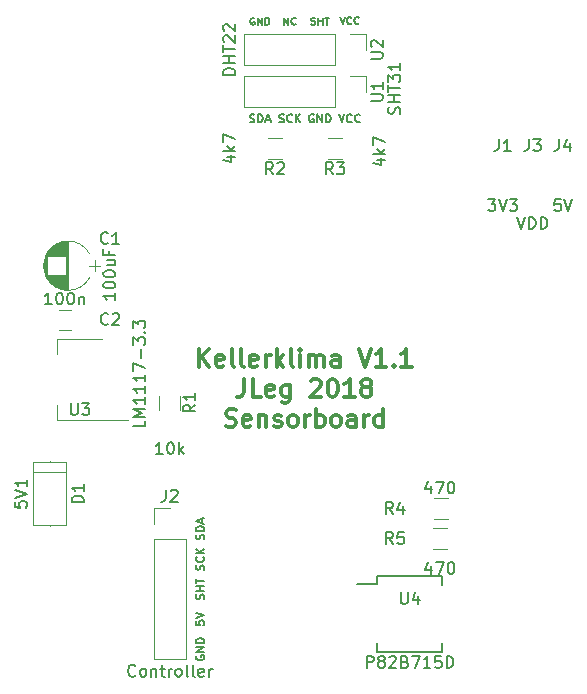
<source format=gbr>
G04 #@! TF.GenerationSoftware,KiCad,Pcbnew,(2018-01-18 revision 959767c09)-makepkg*
G04 #@! TF.CreationDate,2018-01-30T22:09:32+01:00*
G04 #@! TF.ProjectId,SensorPCB_V1.1,53656E736F725043425F56312E312E6B,rev?*
G04 #@! TF.SameCoordinates,Original*
G04 #@! TF.FileFunction,Legend,Top*
G04 #@! TF.FilePolarity,Positive*
%FSLAX46Y46*%
G04 Gerber Fmt 4.6, Leading zero omitted, Abs format (unit mm)*
G04 Created by KiCad (PCBNEW (2018-01-18 revision 959767c09)-makepkg) date 01/30/18 22:09:32*
%MOMM*%
%LPD*%
G01*
G04 APERTURE LIST*
%ADD10C,0.300000*%
%ADD11C,0.150000*%
%ADD12C,0.175000*%
%ADD13C,0.120000*%
G04 APERTURE END LIST*
D10*
X29135714Y-42578571D02*
X29135714Y-41078571D01*
X29992857Y-42578571D02*
X29350000Y-41721428D01*
X29992857Y-41078571D02*
X29135714Y-41935714D01*
X31207142Y-42507142D02*
X31064285Y-42578571D01*
X30778571Y-42578571D01*
X30635714Y-42507142D01*
X30564285Y-42364285D01*
X30564285Y-41792857D01*
X30635714Y-41650000D01*
X30778571Y-41578571D01*
X31064285Y-41578571D01*
X31207142Y-41650000D01*
X31278571Y-41792857D01*
X31278571Y-41935714D01*
X30564285Y-42078571D01*
X32135714Y-42578571D02*
X31992857Y-42507142D01*
X31921428Y-42364285D01*
X31921428Y-41078571D01*
X32921428Y-42578571D02*
X32778571Y-42507142D01*
X32707142Y-42364285D01*
X32707142Y-41078571D01*
X34064285Y-42507142D02*
X33921428Y-42578571D01*
X33635714Y-42578571D01*
X33492857Y-42507142D01*
X33421428Y-42364285D01*
X33421428Y-41792857D01*
X33492857Y-41650000D01*
X33635714Y-41578571D01*
X33921428Y-41578571D01*
X34064285Y-41650000D01*
X34135714Y-41792857D01*
X34135714Y-41935714D01*
X33421428Y-42078571D01*
X34778571Y-42578571D02*
X34778571Y-41578571D01*
X34778571Y-41864285D02*
X34850000Y-41721428D01*
X34921428Y-41650000D01*
X35064285Y-41578571D01*
X35207142Y-41578571D01*
X35707142Y-42578571D02*
X35707142Y-41078571D01*
X35850000Y-42007142D02*
X36278571Y-42578571D01*
X36278571Y-41578571D02*
X35707142Y-42150000D01*
X37135714Y-42578571D02*
X36992857Y-42507142D01*
X36921428Y-42364285D01*
X36921428Y-41078571D01*
X37707142Y-42578571D02*
X37707142Y-41578571D01*
X37707142Y-41078571D02*
X37635714Y-41150000D01*
X37707142Y-41221428D01*
X37778571Y-41150000D01*
X37707142Y-41078571D01*
X37707142Y-41221428D01*
X38421428Y-42578571D02*
X38421428Y-41578571D01*
X38421428Y-41721428D02*
X38492857Y-41650000D01*
X38635714Y-41578571D01*
X38850000Y-41578571D01*
X38992857Y-41650000D01*
X39064285Y-41792857D01*
X39064285Y-42578571D01*
X39064285Y-41792857D02*
X39135714Y-41650000D01*
X39278571Y-41578571D01*
X39492857Y-41578571D01*
X39635714Y-41650000D01*
X39707142Y-41792857D01*
X39707142Y-42578571D01*
X41064285Y-42578571D02*
X41064285Y-41792857D01*
X40992857Y-41650000D01*
X40850000Y-41578571D01*
X40564285Y-41578571D01*
X40421428Y-41650000D01*
X41064285Y-42507142D02*
X40921428Y-42578571D01*
X40564285Y-42578571D01*
X40421428Y-42507142D01*
X40350000Y-42364285D01*
X40350000Y-42221428D01*
X40421428Y-42078571D01*
X40564285Y-42007142D01*
X40921428Y-42007142D01*
X41064285Y-41935714D01*
X42707142Y-41078571D02*
X43207142Y-42578571D01*
X43707142Y-41078571D01*
X44992857Y-42578571D02*
X44135714Y-42578571D01*
X44564285Y-42578571D02*
X44564285Y-41078571D01*
X44421428Y-41292857D01*
X44278571Y-41435714D01*
X44135714Y-41507142D01*
X45635714Y-42435714D02*
X45707142Y-42507142D01*
X45635714Y-42578571D01*
X45564285Y-42507142D01*
X45635714Y-42435714D01*
X45635714Y-42578571D01*
X47135714Y-42578571D02*
X46278571Y-42578571D01*
X46707142Y-42578571D02*
X46707142Y-41078571D01*
X46564285Y-41292857D01*
X46421428Y-41435714D01*
X46278571Y-41507142D01*
X32957142Y-43628571D02*
X32957142Y-44700000D01*
X32885714Y-44914285D01*
X32742857Y-45057142D01*
X32528571Y-45128571D01*
X32385714Y-45128571D01*
X34385714Y-45128571D02*
X33671428Y-45128571D01*
X33671428Y-43628571D01*
X35457142Y-45057142D02*
X35314285Y-45128571D01*
X35028571Y-45128571D01*
X34885714Y-45057142D01*
X34814285Y-44914285D01*
X34814285Y-44342857D01*
X34885714Y-44200000D01*
X35028571Y-44128571D01*
X35314285Y-44128571D01*
X35457142Y-44200000D01*
X35528571Y-44342857D01*
X35528571Y-44485714D01*
X34814285Y-44628571D01*
X36814285Y-44128571D02*
X36814285Y-45342857D01*
X36742857Y-45485714D01*
X36671428Y-45557142D01*
X36528571Y-45628571D01*
X36314285Y-45628571D01*
X36171428Y-45557142D01*
X36814285Y-45057142D02*
X36671428Y-45128571D01*
X36385714Y-45128571D01*
X36242857Y-45057142D01*
X36171428Y-44985714D01*
X36100000Y-44842857D01*
X36100000Y-44414285D01*
X36171428Y-44271428D01*
X36242857Y-44200000D01*
X36385714Y-44128571D01*
X36671428Y-44128571D01*
X36814285Y-44200000D01*
X38600000Y-43771428D02*
X38671428Y-43700000D01*
X38814285Y-43628571D01*
X39171428Y-43628571D01*
X39314285Y-43700000D01*
X39385714Y-43771428D01*
X39457142Y-43914285D01*
X39457142Y-44057142D01*
X39385714Y-44271428D01*
X38528571Y-45128571D01*
X39457142Y-45128571D01*
X40385714Y-43628571D02*
X40528571Y-43628571D01*
X40671428Y-43700000D01*
X40742857Y-43771428D01*
X40814285Y-43914285D01*
X40885714Y-44200000D01*
X40885714Y-44557142D01*
X40814285Y-44842857D01*
X40742857Y-44985714D01*
X40671428Y-45057142D01*
X40528571Y-45128571D01*
X40385714Y-45128571D01*
X40242857Y-45057142D01*
X40171428Y-44985714D01*
X40100000Y-44842857D01*
X40028571Y-44557142D01*
X40028571Y-44200000D01*
X40100000Y-43914285D01*
X40171428Y-43771428D01*
X40242857Y-43700000D01*
X40385714Y-43628571D01*
X42314285Y-45128571D02*
X41457142Y-45128571D01*
X41885714Y-45128571D02*
X41885714Y-43628571D01*
X41742857Y-43842857D01*
X41600000Y-43985714D01*
X41457142Y-44057142D01*
X43171428Y-44271428D02*
X43028571Y-44200000D01*
X42957142Y-44128571D01*
X42885714Y-43985714D01*
X42885714Y-43914285D01*
X42957142Y-43771428D01*
X43028571Y-43700000D01*
X43171428Y-43628571D01*
X43457142Y-43628571D01*
X43600000Y-43700000D01*
X43671428Y-43771428D01*
X43742857Y-43914285D01*
X43742857Y-43985714D01*
X43671428Y-44128571D01*
X43600000Y-44200000D01*
X43457142Y-44271428D01*
X43171428Y-44271428D01*
X43028571Y-44342857D01*
X42957142Y-44414285D01*
X42885714Y-44557142D01*
X42885714Y-44842857D01*
X42957142Y-44985714D01*
X43028571Y-45057142D01*
X43171428Y-45128571D01*
X43457142Y-45128571D01*
X43600000Y-45057142D01*
X43671428Y-44985714D01*
X43742857Y-44842857D01*
X43742857Y-44557142D01*
X43671428Y-44414285D01*
X43600000Y-44342857D01*
X43457142Y-44271428D01*
X31421428Y-47607142D02*
X31635714Y-47678571D01*
X31992857Y-47678571D01*
X32135714Y-47607142D01*
X32207142Y-47535714D01*
X32278571Y-47392857D01*
X32278571Y-47250000D01*
X32207142Y-47107142D01*
X32135714Y-47035714D01*
X31992857Y-46964285D01*
X31707142Y-46892857D01*
X31564285Y-46821428D01*
X31492857Y-46750000D01*
X31421428Y-46607142D01*
X31421428Y-46464285D01*
X31492857Y-46321428D01*
X31564285Y-46250000D01*
X31707142Y-46178571D01*
X32064285Y-46178571D01*
X32278571Y-46250000D01*
X33492857Y-47607142D02*
X33349999Y-47678571D01*
X33064285Y-47678571D01*
X32921428Y-47607142D01*
X32849999Y-47464285D01*
X32849999Y-46892857D01*
X32921428Y-46750000D01*
X33064285Y-46678571D01*
X33349999Y-46678571D01*
X33492857Y-46750000D01*
X33564285Y-46892857D01*
X33564285Y-47035714D01*
X32849999Y-47178571D01*
X34207142Y-46678571D02*
X34207142Y-47678571D01*
X34207142Y-46821428D02*
X34278571Y-46750000D01*
X34421428Y-46678571D01*
X34635714Y-46678571D01*
X34778571Y-46750000D01*
X34850000Y-46892857D01*
X34850000Y-47678571D01*
X35492857Y-47607142D02*
X35635714Y-47678571D01*
X35921428Y-47678571D01*
X36064285Y-47607142D01*
X36135714Y-47464285D01*
X36135714Y-47392857D01*
X36064285Y-47250000D01*
X35921428Y-47178571D01*
X35707142Y-47178571D01*
X35564285Y-47107142D01*
X35492857Y-46964285D01*
X35492857Y-46892857D01*
X35564285Y-46750000D01*
X35707142Y-46678571D01*
X35921428Y-46678571D01*
X36064285Y-46750000D01*
X36992857Y-47678571D02*
X36850000Y-47607142D01*
X36778571Y-47535714D01*
X36707142Y-47392857D01*
X36707142Y-46964285D01*
X36778571Y-46821428D01*
X36850000Y-46750000D01*
X36992857Y-46678571D01*
X37207142Y-46678571D01*
X37350000Y-46750000D01*
X37421428Y-46821428D01*
X37492857Y-46964285D01*
X37492857Y-47392857D01*
X37421428Y-47535714D01*
X37350000Y-47607142D01*
X37207142Y-47678571D01*
X36992857Y-47678571D01*
X38135714Y-47678571D02*
X38135714Y-46678571D01*
X38135714Y-46964285D02*
X38207142Y-46821428D01*
X38278571Y-46750000D01*
X38421428Y-46678571D01*
X38564285Y-46678571D01*
X39064285Y-47678571D02*
X39064285Y-46178571D01*
X39064285Y-46750000D02*
X39207142Y-46678571D01*
X39492857Y-46678571D01*
X39635714Y-46750000D01*
X39707142Y-46821428D01*
X39778571Y-46964285D01*
X39778571Y-47392857D01*
X39707142Y-47535714D01*
X39635714Y-47607142D01*
X39492857Y-47678571D01*
X39207142Y-47678571D01*
X39064285Y-47607142D01*
X40635714Y-47678571D02*
X40492857Y-47607142D01*
X40421428Y-47535714D01*
X40350000Y-47392857D01*
X40350000Y-46964285D01*
X40421428Y-46821428D01*
X40492857Y-46750000D01*
X40635714Y-46678571D01*
X40850000Y-46678571D01*
X40992857Y-46750000D01*
X41064285Y-46821428D01*
X41135714Y-46964285D01*
X41135714Y-47392857D01*
X41064285Y-47535714D01*
X40992857Y-47607142D01*
X40850000Y-47678571D01*
X40635714Y-47678571D01*
X42421428Y-47678571D02*
X42421428Y-46892857D01*
X42350000Y-46750000D01*
X42207142Y-46678571D01*
X41921428Y-46678571D01*
X41778571Y-46750000D01*
X42421428Y-47607142D02*
X42278571Y-47678571D01*
X41921428Y-47678571D01*
X41778571Y-47607142D01*
X41707142Y-47464285D01*
X41707142Y-47321428D01*
X41778571Y-47178571D01*
X41921428Y-47107142D01*
X42278571Y-47107142D01*
X42421428Y-47035714D01*
X43135714Y-47678571D02*
X43135714Y-46678571D01*
X43135714Y-46964285D02*
X43207142Y-46821428D01*
X43278571Y-46750000D01*
X43421428Y-46678571D01*
X43564285Y-46678571D01*
X44707142Y-47678571D02*
X44707142Y-46178571D01*
X44707142Y-47607142D02*
X44564285Y-47678571D01*
X44278571Y-47678571D01*
X44135714Y-47607142D01*
X44064285Y-47535714D01*
X43992857Y-47392857D01*
X43992857Y-46964285D01*
X44064285Y-46821428D01*
X44135714Y-46750000D01*
X44278571Y-46678571D01*
X44564285Y-46678571D01*
X44707142Y-46750000D01*
D11*
X36358571Y-13641428D02*
X36358571Y-13041428D01*
X36701428Y-13641428D01*
X36701428Y-13041428D01*
X37330000Y-13584285D02*
X37301428Y-13612857D01*
X37215714Y-13641428D01*
X37158571Y-13641428D01*
X37072857Y-13612857D01*
X37015714Y-13555714D01*
X36987142Y-13498571D01*
X36958571Y-13384285D01*
X36958571Y-13298571D01*
X36987142Y-13184285D01*
X37015714Y-13127142D01*
X37072857Y-13070000D01*
X37158571Y-13041428D01*
X37215714Y-13041428D01*
X37301428Y-13070000D01*
X37330000Y-13098571D01*
X41110000Y-12981428D02*
X41310000Y-13581428D01*
X41510000Y-12981428D01*
X42052857Y-13524285D02*
X42024285Y-13552857D01*
X41938571Y-13581428D01*
X41881428Y-13581428D01*
X41795714Y-13552857D01*
X41738571Y-13495714D01*
X41710000Y-13438571D01*
X41681428Y-13324285D01*
X41681428Y-13238571D01*
X41710000Y-13124285D01*
X41738571Y-13067142D01*
X41795714Y-13010000D01*
X41881428Y-12981428D01*
X41938571Y-12981428D01*
X42024285Y-13010000D01*
X42052857Y-13038571D01*
X42652857Y-13524285D02*
X42624285Y-13552857D01*
X42538571Y-13581428D01*
X42481428Y-13581428D01*
X42395714Y-13552857D01*
X42338571Y-13495714D01*
X42310000Y-13438571D01*
X42281428Y-13324285D01*
X42281428Y-13238571D01*
X42310000Y-13124285D01*
X42338571Y-13067142D01*
X42395714Y-13010000D01*
X42481428Y-12981428D01*
X42538571Y-12981428D01*
X42624285Y-13010000D01*
X42652857Y-13038571D01*
X33832857Y-13070000D02*
X33775714Y-13041428D01*
X33690000Y-13041428D01*
X33604285Y-13070000D01*
X33547142Y-13127142D01*
X33518571Y-13184285D01*
X33490000Y-13298571D01*
X33490000Y-13384285D01*
X33518571Y-13498571D01*
X33547142Y-13555714D01*
X33604285Y-13612857D01*
X33690000Y-13641428D01*
X33747142Y-13641428D01*
X33832857Y-13612857D01*
X33861428Y-13584285D01*
X33861428Y-13384285D01*
X33747142Y-13384285D01*
X34118571Y-13641428D02*
X34118571Y-13041428D01*
X34461428Y-13641428D01*
X34461428Y-13041428D01*
X34747142Y-13641428D02*
X34747142Y-13041428D01*
X34890000Y-13041428D01*
X34975714Y-13070000D01*
X35032857Y-13127142D01*
X35061428Y-13184285D01*
X35090000Y-13298571D01*
X35090000Y-13384285D01*
X35061428Y-13498571D01*
X35032857Y-13555714D01*
X34975714Y-13612857D01*
X34890000Y-13641428D01*
X34747142Y-13641428D01*
X38655714Y-13612857D02*
X38741428Y-13641428D01*
X38884285Y-13641428D01*
X38941428Y-13612857D01*
X38970000Y-13584285D01*
X38998571Y-13527142D01*
X38998571Y-13470000D01*
X38970000Y-13412857D01*
X38941428Y-13384285D01*
X38884285Y-13355714D01*
X38770000Y-13327142D01*
X38712857Y-13298571D01*
X38684285Y-13270000D01*
X38655714Y-13212857D01*
X38655714Y-13155714D01*
X38684285Y-13098571D01*
X38712857Y-13070000D01*
X38770000Y-13041428D01*
X38912857Y-13041428D01*
X38998571Y-13070000D01*
X39255714Y-13641428D02*
X39255714Y-13041428D01*
X39255714Y-13327142D02*
X39598571Y-13327142D01*
X39598571Y-13641428D02*
X39598571Y-13041428D01*
X39798571Y-13041428D02*
X40141428Y-13041428D01*
X39970000Y-13641428D02*
X39970000Y-13041428D01*
D12*
X33440000Y-21873333D02*
X33540000Y-21906666D01*
X33706666Y-21906666D01*
X33773333Y-21873333D01*
X33806666Y-21840000D01*
X33840000Y-21773333D01*
X33840000Y-21706666D01*
X33806666Y-21640000D01*
X33773333Y-21606666D01*
X33706666Y-21573333D01*
X33573333Y-21540000D01*
X33506666Y-21506666D01*
X33473333Y-21473333D01*
X33440000Y-21406666D01*
X33440000Y-21340000D01*
X33473333Y-21273333D01*
X33506666Y-21240000D01*
X33573333Y-21206666D01*
X33740000Y-21206666D01*
X33840000Y-21240000D01*
X34140000Y-21906666D02*
X34140000Y-21206666D01*
X34306666Y-21206666D01*
X34406666Y-21240000D01*
X34473333Y-21306666D01*
X34506666Y-21373333D01*
X34540000Y-21506666D01*
X34540000Y-21606666D01*
X34506666Y-21740000D01*
X34473333Y-21806666D01*
X34406666Y-21873333D01*
X34306666Y-21906666D01*
X34140000Y-21906666D01*
X34806666Y-21706666D02*
X35140000Y-21706666D01*
X34740000Y-21906666D02*
X34973333Y-21206666D01*
X35206666Y-21906666D01*
X35930000Y-21873333D02*
X36030000Y-21906666D01*
X36196666Y-21906666D01*
X36263333Y-21873333D01*
X36296666Y-21840000D01*
X36330000Y-21773333D01*
X36330000Y-21706666D01*
X36296666Y-21640000D01*
X36263333Y-21606666D01*
X36196666Y-21573333D01*
X36063333Y-21540000D01*
X35996666Y-21506666D01*
X35963333Y-21473333D01*
X35930000Y-21406666D01*
X35930000Y-21340000D01*
X35963333Y-21273333D01*
X35996666Y-21240000D01*
X36063333Y-21206666D01*
X36230000Y-21206666D01*
X36330000Y-21240000D01*
X37030000Y-21840000D02*
X36996666Y-21873333D01*
X36896666Y-21906666D01*
X36830000Y-21906666D01*
X36730000Y-21873333D01*
X36663333Y-21806666D01*
X36630000Y-21740000D01*
X36596666Y-21606666D01*
X36596666Y-21506666D01*
X36630000Y-21373333D01*
X36663333Y-21306666D01*
X36730000Y-21240000D01*
X36830000Y-21206666D01*
X36896666Y-21206666D01*
X36996666Y-21240000D01*
X37030000Y-21273333D01*
X37330000Y-21906666D02*
X37330000Y-21206666D01*
X37730000Y-21906666D02*
X37430000Y-21506666D01*
X37730000Y-21206666D02*
X37330000Y-21606666D01*
X40976666Y-21206666D02*
X41210000Y-21906666D01*
X41443333Y-21206666D01*
X42076666Y-21840000D02*
X42043333Y-21873333D01*
X41943333Y-21906666D01*
X41876666Y-21906666D01*
X41776666Y-21873333D01*
X41710000Y-21806666D01*
X41676666Y-21740000D01*
X41643333Y-21606666D01*
X41643333Y-21506666D01*
X41676666Y-21373333D01*
X41710000Y-21306666D01*
X41776666Y-21240000D01*
X41876666Y-21206666D01*
X41943333Y-21206666D01*
X42043333Y-21240000D01*
X42076666Y-21273333D01*
X42776666Y-21840000D02*
X42743333Y-21873333D01*
X42643333Y-21906666D01*
X42576666Y-21906666D01*
X42476666Y-21873333D01*
X42410000Y-21806666D01*
X42376666Y-21740000D01*
X42343333Y-21606666D01*
X42343333Y-21506666D01*
X42376666Y-21373333D01*
X42410000Y-21306666D01*
X42476666Y-21240000D01*
X42576666Y-21206666D01*
X42643333Y-21206666D01*
X42743333Y-21240000D01*
X42776666Y-21273333D01*
X38836666Y-21240000D02*
X38770000Y-21206666D01*
X38670000Y-21206666D01*
X38570000Y-21240000D01*
X38503333Y-21306666D01*
X38470000Y-21373333D01*
X38436666Y-21506666D01*
X38436666Y-21606666D01*
X38470000Y-21740000D01*
X38503333Y-21806666D01*
X38570000Y-21873333D01*
X38670000Y-21906666D01*
X38736666Y-21906666D01*
X38836666Y-21873333D01*
X38870000Y-21840000D01*
X38870000Y-21606666D01*
X38736666Y-21606666D01*
X39170000Y-21906666D02*
X39170000Y-21206666D01*
X39570000Y-21906666D01*
X39570000Y-21206666D01*
X39903333Y-21906666D02*
X39903333Y-21206666D01*
X40070000Y-21206666D01*
X40170000Y-21240000D01*
X40236666Y-21306666D01*
X40270000Y-21373333D01*
X40303333Y-21506666D01*
X40303333Y-21606666D01*
X40270000Y-21740000D01*
X40236666Y-21806666D01*
X40170000Y-21873333D01*
X40070000Y-21906666D01*
X39903333Y-21906666D01*
X29551037Y-57195777D02*
X29584370Y-57095777D01*
X29584370Y-56929110D01*
X29551037Y-56862443D01*
X29517704Y-56829110D01*
X29451037Y-56795777D01*
X29384370Y-56795777D01*
X29317704Y-56829110D01*
X29284370Y-56862443D01*
X29251037Y-56929110D01*
X29217704Y-57062443D01*
X29184370Y-57129110D01*
X29151037Y-57162443D01*
X29084370Y-57195777D01*
X29017704Y-57195777D01*
X28951037Y-57162443D01*
X28917704Y-57129110D01*
X28884370Y-57062443D01*
X28884370Y-56895777D01*
X28917704Y-56795777D01*
X29584370Y-56495777D02*
X28884370Y-56495777D01*
X28884370Y-56329110D01*
X28917704Y-56229110D01*
X28984370Y-56162443D01*
X29051037Y-56129110D01*
X29184370Y-56095777D01*
X29284370Y-56095777D01*
X29417704Y-56129110D01*
X29484370Y-56162443D01*
X29551037Y-56229110D01*
X29584370Y-56329110D01*
X29584370Y-56495777D01*
X29384370Y-55829110D02*
X29384370Y-55495777D01*
X29584370Y-55895777D02*
X28884370Y-55662443D01*
X29584370Y-55429110D01*
X29551037Y-59785777D02*
X29584370Y-59685777D01*
X29584370Y-59519110D01*
X29551037Y-59452443D01*
X29517704Y-59419110D01*
X29451037Y-59385777D01*
X29384370Y-59385777D01*
X29317704Y-59419110D01*
X29284370Y-59452443D01*
X29251037Y-59519110D01*
X29217704Y-59652443D01*
X29184370Y-59719110D01*
X29151037Y-59752443D01*
X29084370Y-59785777D01*
X29017704Y-59785777D01*
X28951037Y-59752443D01*
X28917704Y-59719110D01*
X28884370Y-59652443D01*
X28884370Y-59485777D01*
X28917704Y-59385777D01*
X29517704Y-58685777D02*
X29551037Y-58719110D01*
X29584370Y-58819110D01*
X29584370Y-58885777D01*
X29551037Y-58985777D01*
X29484370Y-59052443D01*
X29417704Y-59085777D01*
X29284370Y-59119110D01*
X29184370Y-59119110D01*
X29051037Y-59085777D01*
X28984370Y-59052443D01*
X28917704Y-58985777D01*
X28884370Y-58885777D01*
X28884370Y-58819110D01*
X28917704Y-58719110D01*
X28951037Y-58685777D01*
X29584370Y-58385777D02*
X28884370Y-58385777D01*
X29584370Y-57985777D02*
X29184370Y-58285777D01*
X28884370Y-57985777D02*
X29284370Y-58385777D01*
X29551037Y-62259110D02*
X29584370Y-62159110D01*
X29584370Y-61992443D01*
X29551037Y-61925777D01*
X29517704Y-61892443D01*
X29451037Y-61859110D01*
X29384370Y-61859110D01*
X29317704Y-61892443D01*
X29284370Y-61925777D01*
X29251037Y-61992443D01*
X29217704Y-62125777D01*
X29184370Y-62192443D01*
X29151037Y-62225777D01*
X29084370Y-62259110D01*
X29017704Y-62259110D01*
X28951037Y-62225777D01*
X28917704Y-62192443D01*
X28884370Y-62125777D01*
X28884370Y-61959110D01*
X28917704Y-61859110D01*
X29584370Y-61559110D02*
X28884370Y-61559110D01*
X29217704Y-61559110D02*
X29217704Y-61159110D01*
X29584370Y-61159110D02*
X28884370Y-61159110D01*
X28884370Y-60925777D02*
X28884370Y-60525777D01*
X29584370Y-60725777D02*
X28884370Y-60725777D01*
X28884370Y-64099110D02*
X28884370Y-64432443D01*
X29217704Y-64465777D01*
X29184370Y-64432443D01*
X29151037Y-64365777D01*
X29151037Y-64199110D01*
X29184370Y-64132443D01*
X29217704Y-64099110D01*
X29284370Y-64065777D01*
X29451037Y-64065777D01*
X29517704Y-64099110D01*
X29551037Y-64132443D01*
X29584370Y-64199110D01*
X29584370Y-64365777D01*
X29551037Y-64432443D01*
X29517704Y-64465777D01*
X28884370Y-63865777D02*
X29584370Y-63632443D01*
X28884370Y-63399110D01*
X28917704Y-67039110D02*
X28884370Y-67105777D01*
X28884370Y-67205777D01*
X28917704Y-67305777D01*
X28984370Y-67372443D01*
X29051037Y-67405777D01*
X29184370Y-67439110D01*
X29284370Y-67439110D01*
X29417704Y-67405777D01*
X29484370Y-67372443D01*
X29551037Y-67305777D01*
X29584370Y-67205777D01*
X29584370Y-67139110D01*
X29551037Y-67039110D01*
X29517704Y-67005777D01*
X29284370Y-67005777D01*
X29284370Y-67139110D01*
X29584370Y-66705777D02*
X28884370Y-66705777D01*
X29584370Y-66305777D01*
X28884370Y-66305777D01*
X29584370Y-65972443D02*
X28884370Y-65972443D01*
X28884370Y-65805777D01*
X28917704Y-65705777D01*
X28984370Y-65639110D01*
X29051037Y-65605777D01*
X29184370Y-65572443D01*
X29284370Y-65572443D01*
X29417704Y-65605777D01*
X29484370Y-65639110D01*
X29551037Y-65705777D01*
X29584370Y-65805777D01*
X29584370Y-65972443D01*
D13*
X32960000Y-17974000D02*
X32960000Y-20634000D01*
X40640000Y-17974000D02*
X32960000Y-17974000D01*
X40640000Y-20634000D02*
X32960000Y-20634000D01*
X40640000Y-17974000D02*
X40640000Y-20634000D01*
X41910000Y-17974000D02*
X43240000Y-17974000D01*
X43240000Y-17974000D02*
X43240000Y-19304000D01*
X43240000Y-14418000D02*
X43240000Y-15748000D01*
X41910000Y-14418000D02*
X43240000Y-14418000D01*
X40640000Y-14418000D02*
X40640000Y-17078000D01*
X40640000Y-17078000D02*
X32960000Y-17078000D01*
X40640000Y-14418000D02*
X32960000Y-14418000D01*
X32960000Y-14418000D02*
X32960000Y-17078000D01*
X17920000Y-51520000D02*
X15100000Y-51520000D01*
X16510000Y-56070000D02*
X16510000Y-56000000D01*
X16510000Y-50610000D02*
X16510000Y-50680000D01*
X17920000Y-56000000D02*
X17920000Y-50680000D01*
X15100000Y-56000000D02*
X17920000Y-56000000D01*
X15100000Y-50680000D02*
X15100000Y-56000000D01*
X17920000Y-50680000D02*
X15100000Y-50680000D01*
X18280000Y-37758000D02*
X17280000Y-37758000D01*
X17280000Y-39458000D02*
X18280000Y-39458000D01*
X20300000Y-34486000D02*
X20300000Y-33586000D01*
X20750000Y-34036000D02*
X19850000Y-34036000D01*
X15969000Y-34201000D02*
X15969000Y-33871000D01*
X16009000Y-34451000D02*
X16009000Y-33621000D01*
X16049000Y-34603000D02*
X16049000Y-33469000D01*
X16089000Y-34722000D02*
X16089000Y-33350000D01*
X16129000Y-34822000D02*
X16129000Y-33250000D01*
X16169000Y-34910000D02*
X16169000Y-33162000D01*
X16209000Y-34988000D02*
X16209000Y-33084000D01*
X16249000Y-35059000D02*
X16249000Y-33013000D01*
X16289000Y-33256000D02*
X16289000Y-32948000D01*
X16289000Y-35124000D02*
X16289000Y-34816000D01*
X16329000Y-33256000D02*
X16329000Y-32888000D01*
X16329000Y-35184000D02*
X16329000Y-34816000D01*
X16369000Y-33256000D02*
X16369000Y-32832000D01*
X16369000Y-35240000D02*
X16369000Y-34816000D01*
X16409000Y-33256000D02*
X16409000Y-32780000D01*
X16409000Y-35292000D02*
X16409000Y-34816000D01*
X16449000Y-33256000D02*
X16449000Y-32731000D01*
X16449000Y-35341000D02*
X16449000Y-34816000D01*
X16489000Y-33256000D02*
X16489000Y-32685000D01*
X16489000Y-35387000D02*
X16489000Y-34816000D01*
X16529000Y-33256000D02*
X16529000Y-32641000D01*
X16529000Y-35431000D02*
X16529000Y-34816000D01*
X16569000Y-33256000D02*
X16569000Y-32600000D01*
X16569000Y-35472000D02*
X16569000Y-34816000D01*
X16609000Y-33256000D02*
X16609000Y-32561000D01*
X16609000Y-35511000D02*
X16609000Y-34816000D01*
X16649000Y-33256000D02*
X16649000Y-32524000D01*
X16649000Y-35548000D02*
X16649000Y-34816000D01*
X16689000Y-33256000D02*
X16689000Y-32489000D01*
X16689000Y-35583000D02*
X16689000Y-34816000D01*
X16729000Y-33256000D02*
X16729000Y-32455000D01*
X16729000Y-35617000D02*
X16729000Y-34816000D01*
X16769000Y-33256000D02*
X16769000Y-32423000D01*
X16769000Y-35649000D02*
X16769000Y-34816000D01*
X16809000Y-33256000D02*
X16809000Y-32393000D01*
X16809000Y-35679000D02*
X16809000Y-34816000D01*
X16849000Y-33256000D02*
X16849000Y-32364000D01*
X16849000Y-35708000D02*
X16849000Y-34816000D01*
X16889000Y-33256000D02*
X16889000Y-32337000D01*
X16889000Y-35735000D02*
X16889000Y-34816000D01*
X16929000Y-33256000D02*
X16929000Y-32311000D01*
X16929000Y-35761000D02*
X16929000Y-34816000D01*
X16969000Y-33256000D02*
X16969000Y-32286000D01*
X16969000Y-35786000D02*
X16969000Y-34816000D01*
X17009000Y-33256000D02*
X17009000Y-32263000D01*
X17009000Y-35809000D02*
X17009000Y-34816000D01*
X17049000Y-33256000D02*
X17049000Y-32240000D01*
X17049000Y-35832000D02*
X17049000Y-34816000D01*
X17089000Y-33256000D02*
X17089000Y-32219000D01*
X17089000Y-35853000D02*
X17089000Y-34816000D01*
X17129000Y-33256000D02*
X17129000Y-32199000D01*
X17129000Y-35873000D02*
X17129000Y-34816000D01*
X17169000Y-33256000D02*
X17169000Y-32180000D01*
X17169000Y-35892000D02*
X17169000Y-34816000D01*
X17209000Y-33256000D02*
X17209000Y-32162000D01*
X17209000Y-35910000D02*
X17209000Y-34816000D01*
X17249000Y-33256000D02*
X17249000Y-32145000D01*
X17249000Y-35927000D02*
X17249000Y-34816000D01*
X17289000Y-33256000D02*
X17289000Y-32129000D01*
X17289000Y-35943000D02*
X17289000Y-34816000D01*
X17329000Y-33256000D02*
X17329000Y-32113000D01*
X17329000Y-35959000D02*
X17329000Y-34816000D01*
X17370000Y-33256000D02*
X17370000Y-32099000D01*
X17370000Y-35973000D02*
X17370000Y-34816000D01*
X17410000Y-33256000D02*
X17410000Y-32086000D01*
X17410000Y-35986000D02*
X17410000Y-34816000D01*
X17450000Y-33256000D02*
X17450000Y-32073000D01*
X17450000Y-35999000D02*
X17450000Y-34816000D01*
X17490000Y-33256000D02*
X17490000Y-32062000D01*
X17490000Y-36010000D02*
X17490000Y-34816000D01*
X17530000Y-33256000D02*
X17530000Y-32051000D01*
X17530000Y-36021000D02*
X17530000Y-34816000D01*
X17570000Y-33256000D02*
X17570000Y-32041000D01*
X17570000Y-36031000D02*
X17570000Y-34816000D01*
X17610000Y-33256000D02*
X17610000Y-32032000D01*
X17610000Y-36040000D02*
X17610000Y-34816000D01*
X17650000Y-33256000D02*
X17650000Y-32024000D01*
X17650000Y-36048000D02*
X17650000Y-34816000D01*
X17690000Y-33256000D02*
X17690000Y-32017000D01*
X17690000Y-36055000D02*
X17690000Y-34816000D01*
X17730000Y-33256000D02*
X17730000Y-32010000D01*
X17730000Y-36062000D02*
X17730000Y-34816000D01*
X17770000Y-33256000D02*
X17770000Y-32004000D01*
X17770000Y-36068000D02*
X17770000Y-34816000D01*
X17810000Y-33256000D02*
X17810000Y-31999000D01*
X17810000Y-36073000D02*
X17810000Y-34816000D01*
X17850000Y-36077000D02*
X17850000Y-31995000D01*
X17890000Y-36080000D02*
X17890000Y-31992000D01*
X17930000Y-36083000D02*
X17930000Y-31989000D01*
X17970000Y-36085000D02*
X17970000Y-31987000D01*
X18010000Y-36086000D02*
X18010000Y-31986000D01*
X18050000Y-36086000D02*
X18050000Y-31986000D01*
X16203564Y-33056830D02*
G75*
G03X16204004Y-35016000I1846436J-979170D01*
G01*
X16203564Y-33056830D02*
G75*
G02X19895996Y-33056000I1846436J-979170D01*
G01*
X16203564Y-35015170D02*
G75*
G03X19895996Y-35016000I1846436J979170D01*
G01*
D11*
X44240000Y-60950000D02*
X42490000Y-60950000D01*
X44240000Y-66705000D02*
X49740000Y-66705000D01*
X44240000Y-60295000D02*
X49740000Y-60295000D01*
X44240000Y-66705000D02*
X44240000Y-65955000D01*
X49740000Y-66705000D02*
X49740000Y-65955000D01*
X49740000Y-60295000D02*
X49740000Y-61045000D01*
X44240000Y-60295000D02*
X44240000Y-60950000D01*
D13*
X25340000Y-54550000D02*
X26670000Y-54550000D01*
X25340000Y-55880000D02*
X25340000Y-54550000D01*
X25340000Y-57150000D02*
X28000000Y-57150000D01*
X28000000Y-57150000D02*
X28000000Y-67370000D01*
X25340000Y-57150000D02*
X25340000Y-67370000D01*
X25340000Y-67370000D02*
X28000000Y-67370000D01*
X50130000Y-58030000D02*
X48930000Y-58030000D01*
X48930000Y-56270000D02*
X50130000Y-56270000D01*
X49010000Y-53730000D02*
X50210000Y-53730000D01*
X50210000Y-55490000D02*
X49010000Y-55490000D01*
X41240000Y-25010000D02*
X40040000Y-25010000D01*
X40040000Y-23250000D02*
X41240000Y-23250000D01*
X34960000Y-23250000D02*
X36160000Y-23250000D01*
X36160000Y-25010000D02*
X34960000Y-25010000D01*
X27550000Y-45040000D02*
X27550000Y-46240000D01*
X25790000Y-46240000D02*
X25790000Y-45040000D01*
X23150000Y-47098000D02*
X17140000Y-47098000D01*
X20900000Y-40278000D02*
X17140000Y-40278000D01*
X17140000Y-47098000D02*
X17140000Y-45838000D01*
X17140000Y-40278000D02*
X17140000Y-41538000D01*
D11*
X43692380Y-20065904D02*
X44501904Y-20065904D01*
X44597142Y-20018285D01*
X44644761Y-19970666D01*
X44692380Y-19875428D01*
X44692380Y-19684952D01*
X44644761Y-19589714D01*
X44597142Y-19542095D01*
X44501904Y-19494476D01*
X43692380Y-19494476D01*
X44692380Y-18494476D02*
X44692380Y-19065904D01*
X44692380Y-18780190D02*
X43692380Y-18780190D01*
X43835238Y-18875428D01*
X43930476Y-18970666D01*
X43978095Y-19065904D01*
X46124761Y-21192857D02*
X46172380Y-21050000D01*
X46172380Y-20811904D01*
X46124761Y-20716666D01*
X46077142Y-20669047D01*
X45981904Y-20621428D01*
X45886666Y-20621428D01*
X45791428Y-20669047D01*
X45743809Y-20716666D01*
X45696190Y-20811904D01*
X45648571Y-21002380D01*
X45600952Y-21097619D01*
X45553333Y-21145238D01*
X45458095Y-21192857D01*
X45362857Y-21192857D01*
X45267619Y-21145238D01*
X45220000Y-21097619D01*
X45172380Y-21002380D01*
X45172380Y-20764285D01*
X45220000Y-20621428D01*
X46172380Y-20192857D02*
X45172380Y-20192857D01*
X45648571Y-20192857D02*
X45648571Y-19621428D01*
X46172380Y-19621428D02*
X45172380Y-19621428D01*
X45172380Y-19288095D02*
X45172380Y-18716666D01*
X46172380Y-19002380D02*
X45172380Y-19002380D01*
X45172380Y-18478571D02*
X45172380Y-17859523D01*
X45553333Y-18192857D01*
X45553333Y-18050000D01*
X45600952Y-17954761D01*
X45648571Y-17907142D01*
X45743809Y-17859523D01*
X45981904Y-17859523D01*
X46077142Y-17907142D01*
X46124761Y-17954761D01*
X46172380Y-18050000D01*
X46172380Y-18335714D01*
X46124761Y-18430952D01*
X46077142Y-18478571D01*
X46172380Y-16907142D02*
X46172380Y-17478571D01*
X46172380Y-17192857D02*
X45172380Y-17192857D01*
X45315238Y-17288095D01*
X45410476Y-17383333D01*
X45458095Y-17478571D01*
X43692380Y-16509904D02*
X44501904Y-16509904D01*
X44597142Y-16462285D01*
X44644761Y-16414666D01*
X44692380Y-16319428D01*
X44692380Y-16128952D01*
X44644761Y-16033714D01*
X44597142Y-15986095D01*
X44501904Y-15938476D01*
X43692380Y-15938476D01*
X43787619Y-15509904D02*
X43740000Y-15462285D01*
X43692380Y-15367047D01*
X43692380Y-15128952D01*
X43740000Y-15033714D01*
X43787619Y-14986095D01*
X43882857Y-14938476D01*
X43978095Y-14938476D01*
X44120952Y-14986095D01*
X44692380Y-15557523D01*
X44692380Y-14938476D01*
X32202380Y-17867047D02*
X31202380Y-17867047D01*
X31202380Y-17628952D01*
X31250000Y-17486095D01*
X31345238Y-17390857D01*
X31440476Y-17343238D01*
X31630952Y-17295619D01*
X31773809Y-17295619D01*
X31964285Y-17343238D01*
X32059523Y-17390857D01*
X32154761Y-17486095D01*
X32202380Y-17628952D01*
X32202380Y-17867047D01*
X32202380Y-16867047D02*
X31202380Y-16867047D01*
X31678571Y-16867047D02*
X31678571Y-16295619D01*
X32202380Y-16295619D02*
X31202380Y-16295619D01*
X31202380Y-15962285D02*
X31202380Y-15390857D01*
X32202380Y-15676571D02*
X31202380Y-15676571D01*
X31297619Y-15105142D02*
X31250000Y-15057523D01*
X31202380Y-14962285D01*
X31202380Y-14724190D01*
X31250000Y-14628952D01*
X31297619Y-14581333D01*
X31392857Y-14533714D01*
X31488095Y-14533714D01*
X31630952Y-14581333D01*
X32202380Y-15152761D01*
X32202380Y-14533714D01*
X31297619Y-14152761D02*
X31250000Y-14105142D01*
X31202380Y-14009904D01*
X31202380Y-13771809D01*
X31250000Y-13676571D01*
X31297619Y-13628952D01*
X31392857Y-13581333D01*
X31488095Y-13581333D01*
X31630952Y-13628952D01*
X32202380Y-14200380D01*
X32202380Y-13581333D01*
X57070666Y-23328380D02*
X57070666Y-24042666D01*
X57023047Y-24185523D01*
X56927809Y-24280761D01*
X56784952Y-24328380D01*
X56689714Y-24328380D01*
X57451619Y-23328380D02*
X58070666Y-23328380D01*
X57737333Y-23709333D01*
X57880190Y-23709333D01*
X57975428Y-23756952D01*
X58023047Y-23804571D01*
X58070666Y-23899809D01*
X58070666Y-24137904D01*
X58023047Y-24233142D01*
X57975428Y-24280761D01*
X57880190Y-24328380D01*
X57594476Y-24328380D01*
X57499238Y-24280761D01*
X57451619Y-24233142D01*
X56070666Y-29932380D02*
X56404000Y-30932380D01*
X56737333Y-29932380D01*
X57070666Y-30932380D02*
X57070666Y-29932380D01*
X57308761Y-29932380D01*
X57451619Y-29980000D01*
X57546857Y-30075238D01*
X57594476Y-30170476D01*
X57642095Y-30360952D01*
X57642095Y-30503809D01*
X57594476Y-30694285D01*
X57546857Y-30789523D01*
X57451619Y-30884761D01*
X57308761Y-30932380D01*
X57070666Y-30932380D01*
X58070666Y-30932380D02*
X58070666Y-29932380D01*
X58308761Y-29932380D01*
X58451619Y-29980000D01*
X58546857Y-30075238D01*
X58594476Y-30170476D01*
X58642095Y-30360952D01*
X58642095Y-30503809D01*
X58594476Y-30694285D01*
X58546857Y-30789523D01*
X58451619Y-30884761D01*
X58308761Y-30932380D01*
X58070666Y-30932380D01*
X54530666Y-23328380D02*
X54530666Y-24042666D01*
X54483047Y-24185523D01*
X54387809Y-24280761D01*
X54244952Y-24328380D01*
X54149714Y-24328380D01*
X55530666Y-24328380D02*
X54959238Y-24328380D01*
X55244952Y-24328380D02*
X55244952Y-23328380D01*
X55149714Y-23471238D01*
X55054476Y-23566476D01*
X54959238Y-23614095D01*
X53625904Y-28408380D02*
X54244952Y-28408380D01*
X53911619Y-28789333D01*
X54054476Y-28789333D01*
X54149714Y-28836952D01*
X54197333Y-28884571D01*
X54244952Y-28979809D01*
X54244952Y-29217904D01*
X54197333Y-29313142D01*
X54149714Y-29360761D01*
X54054476Y-29408380D01*
X53768761Y-29408380D01*
X53673523Y-29360761D01*
X53625904Y-29313142D01*
X54530666Y-28408380D02*
X54864000Y-29408380D01*
X55197333Y-28408380D01*
X55435428Y-28408380D02*
X56054476Y-28408380D01*
X55721142Y-28789333D01*
X55864000Y-28789333D01*
X55959238Y-28836952D01*
X56006857Y-28884571D01*
X56054476Y-28979809D01*
X56054476Y-29217904D01*
X56006857Y-29313142D01*
X55959238Y-29360761D01*
X55864000Y-29408380D01*
X55578285Y-29408380D01*
X55483047Y-29360761D01*
X55435428Y-29313142D01*
X59610666Y-23328380D02*
X59610666Y-24042666D01*
X59563047Y-24185523D01*
X59467809Y-24280761D01*
X59324952Y-24328380D01*
X59229714Y-24328380D01*
X60515428Y-23661714D02*
X60515428Y-24328380D01*
X60277333Y-23280761D02*
X60039238Y-23995047D01*
X60658285Y-23995047D01*
X59753523Y-28408380D02*
X59277333Y-28408380D01*
X59229714Y-28884571D01*
X59277333Y-28836952D01*
X59372571Y-28789333D01*
X59610666Y-28789333D01*
X59705904Y-28836952D01*
X59753523Y-28884571D01*
X59801142Y-28979809D01*
X59801142Y-29217904D01*
X59753523Y-29313142D01*
X59705904Y-29360761D01*
X59610666Y-29408380D01*
X59372571Y-29408380D01*
X59277333Y-29360761D01*
X59229714Y-29313142D01*
X60086857Y-28408380D02*
X60420190Y-29408380D01*
X60753523Y-28408380D01*
X19372380Y-54078095D02*
X18372380Y-54078095D01*
X18372380Y-53840000D01*
X18420000Y-53697142D01*
X18515238Y-53601904D01*
X18610476Y-53554285D01*
X18800952Y-53506666D01*
X18943809Y-53506666D01*
X19134285Y-53554285D01*
X19229523Y-53601904D01*
X19324761Y-53697142D01*
X19372380Y-53840000D01*
X19372380Y-54078095D01*
X19372380Y-52554285D02*
X19372380Y-53125714D01*
X19372380Y-52840000D02*
X18372380Y-52840000D01*
X18515238Y-52935238D01*
X18610476Y-53030476D01*
X18658095Y-53125714D01*
X13552380Y-54006666D02*
X13552380Y-54482857D01*
X14028571Y-54530476D01*
X13980952Y-54482857D01*
X13933333Y-54387619D01*
X13933333Y-54149523D01*
X13980952Y-54054285D01*
X14028571Y-54006666D01*
X14123809Y-53959047D01*
X14361904Y-53959047D01*
X14457142Y-54006666D01*
X14504761Y-54054285D01*
X14552380Y-54149523D01*
X14552380Y-54387619D01*
X14504761Y-54482857D01*
X14457142Y-54530476D01*
X13552380Y-53673333D02*
X14552380Y-53340000D01*
X13552380Y-53006666D01*
X14552380Y-52149523D02*
X14552380Y-52720952D01*
X14552380Y-52435238D02*
X13552380Y-52435238D01*
X13695238Y-52530476D01*
X13790476Y-52625714D01*
X13838095Y-52720952D01*
X21443333Y-38965142D02*
X21395714Y-39012761D01*
X21252857Y-39060380D01*
X21157619Y-39060380D01*
X21014761Y-39012761D01*
X20919523Y-38917523D01*
X20871904Y-38822285D01*
X20824285Y-38631809D01*
X20824285Y-38488952D01*
X20871904Y-38298476D01*
X20919523Y-38203238D01*
X21014761Y-38108000D01*
X21157619Y-38060380D01*
X21252857Y-38060380D01*
X21395714Y-38108000D01*
X21443333Y-38155619D01*
X21824285Y-38155619D02*
X21871904Y-38108000D01*
X21967142Y-38060380D01*
X22205238Y-38060380D01*
X22300476Y-38108000D01*
X22348095Y-38155619D01*
X22395714Y-38250857D01*
X22395714Y-38346095D01*
X22348095Y-38488952D01*
X21776666Y-39060380D01*
X22395714Y-39060380D01*
X16660952Y-37310380D02*
X16089523Y-37310380D01*
X16375238Y-37310380D02*
X16375238Y-36310380D01*
X16280000Y-36453238D01*
X16184761Y-36548476D01*
X16089523Y-36596095D01*
X17280000Y-36310380D02*
X17375238Y-36310380D01*
X17470476Y-36358000D01*
X17518095Y-36405619D01*
X17565714Y-36500857D01*
X17613333Y-36691333D01*
X17613333Y-36929428D01*
X17565714Y-37119904D01*
X17518095Y-37215142D01*
X17470476Y-37262761D01*
X17375238Y-37310380D01*
X17280000Y-37310380D01*
X17184761Y-37262761D01*
X17137142Y-37215142D01*
X17089523Y-37119904D01*
X17041904Y-36929428D01*
X17041904Y-36691333D01*
X17089523Y-36500857D01*
X17137142Y-36405619D01*
X17184761Y-36358000D01*
X17280000Y-36310380D01*
X18232380Y-36310380D02*
X18327619Y-36310380D01*
X18422857Y-36358000D01*
X18470476Y-36405619D01*
X18518095Y-36500857D01*
X18565714Y-36691333D01*
X18565714Y-36929428D01*
X18518095Y-37119904D01*
X18470476Y-37215142D01*
X18422857Y-37262761D01*
X18327619Y-37310380D01*
X18232380Y-37310380D01*
X18137142Y-37262761D01*
X18089523Y-37215142D01*
X18041904Y-37119904D01*
X17994285Y-36929428D01*
X17994285Y-36691333D01*
X18041904Y-36500857D01*
X18089523Y-36405619D01*
X18137142Y-36358000D01*
X18232380Y-36310380D01*
X18994285Y-36643714D02*
X18994285Y-37310380D01*
X18994285Y-36738952D02*
X19041904Y-36691333D01*
X19137142Y-36643714D01*
X19280000Y-36643714D01*
X19375238Y-36691333D01*
X19422857Y-36786571D01*
X19422857Y-37310380D01*
X21423333Y-32107142D02*
X21375714Y-32154761D01*
X21232857Y-32202380D01*
X21137619Y-32202380D01*
X20994761Y-32154761D01*
X20899523Y-32059523D01*
X20851904Y-31964285D01*
X20804285Y-31773809D01*
X20804285Y-31630952D01*
X20851904Y-31440476D01*
X20899523Y-31345238D01*
X20994761Y-31250000D01*
X21137619Y-31202380D01*
X21232857Y-31202380D01*
X21375714Y-31250000D01*
X21423333Y-31297619D01*
X22375714Y-32202380D02*
X21804285Y-32202380D01*
X22090000Y-32202380D02*
X22090000Y-31202380D01*
X21994761Y-31345238D01*
X21899523Y-31440476D01*
X21804285Y-31488095D01*
X22042380Y-36345619D02*
X22042380Y-36917047D01*
X22042380Y-36631333D02*
X21042380Y-36631333D01*
X21185238Y-36726571D01*
X21280476Y-36821809D01*
X21328095Y-36917047D01*
X21042380Y-35726571D02*
X21042380Y-35631333D01*
X21090000Y-35536095D01*
X21137619Y-35488476D01*
X21232857Y-35440857D01*
X21423333Y-35393238D01*
X21661428Y-35393238D01*
X21851904Y-35440857D01*
X21947142Y-35488476D01*
X21994761Y-35536095D01*
X22042380Y-35631333D01*
X22042380Y-35726571D01*
X21994761Y-35821809D01*
X21947142Y-35869428D01*
X21851904Y-35917047D01*
X21661428Y-35964666D01*
X21423333Y-35964666D01*
X21232857Y-35917047D01*
X21137619Y-35869428D01*
X21090000Y-35821809D01*
X21042380Y-35726571D01*
X21042380Y-34774190D02*
X21042380Y-34678952D01*
X21090000Y-34583714D01*
X21137619Y-34536095D01*
X21232857Y-34488476D01*
X21423333Y-34440857D01*
X21661428Y-34440857D01*
X21851904Y-34488476D01*
X21947142Y-34536095D01*
X21994761Y-34583714D01*
X22042380Y-34678952D01*
X22042380Y-34774190D01*
X21994761Y-34869428D01*
X21947142Y-34917047D01*
X21851904Y-34964666D01*
X21661428Y-35012285D01*
X21423333Y-35012285D01*
X21232857Y-34964666D01*
X21137619Y-34917047D01*
X21090000Y-34869428D01*
X21042380Y-34774190D01*
X21375714Y-33583714D02*
X22042380Y-33583714D01*
X21375714Y-34012285D02*
X21899523Y-34012285D01*
X21994761Y-33964666D01*
X22042380Y-33869428D01*
X22042380Y-33726571D01*
X21994761Y-33631333D01*
X21947142Y-33583714D01*
X21518571Y-32774190D02*
X21518571Y-33107523D01*
X22042380Y-33107523D02*
X21042380Y-33107523D01*
X21042380Y-32631333D01*
X46228095Y-61682380D02*
X46228095Y-62491904D01*
X46275714Y-62587142D01*
X46323333Y-62634761D01*
X46418571Y-62682380D01*
X46609047Y-62682380D01*
X46704285Y-62634761D01*
X46751904Y-62587142D01*
X46799523Y-62491904D01*
X46799523Y-61682380D01*
X47704285Y-62015714D02*
X47704285Y-62682380D01*
X47466190Y-61634761D02*
X47228095Y-62349047D01*
X47847142Y-62349047D01*
X43347142Y-68082380D02*
X43347142Y-67082380D01*
X43728095Y-67082380D01*
X43823333Y-67130000D01*
X43870952Y-67177619D01*
X43918571Y-67272857D01*
X43918571Y-67415714D01*
X43870952Y-67510952D01*
X43823333Y-67558571D01*
X43728095Y-67606190D01*
X43347142Y-67606190D01*
X44490000Y-67510952D02*
X44394761Y-67463333D01*
X44347142Y-67415714D01*
X44299523Y-67320476D01*
X44299523Y-67272857D01*
X44347142Y-67177619D01*
X44394761Y-67130000D01*
X44490000Y-67082380D01*
X44680476Y-67082380D01*
X44775714Y-67130000D01*
X44823333Y-67177619D01*
X44870952Y-67272857D01*
X44870952Y-67320476D01*
X44823333Y-67415714D01*
X44775714Y-67463333D01*
X44680476Y-67510952D01*
X44490000Y-67510952D01*
X44394761Y-67558571D01*
X44347142Y-67606190D01*
X44299523Y-67701428D01*
X44299523Y-67891904D01*
X44347142Y-67987142D01*
X44394761Y-68034761D01*
X44490000Y-68082380D01*
X44680476Y-68082380D01*
X44775714Y-68034761D01*
X44823333Y-67987142D01*
X44870952Y-67891904D01*
X44870952Y-67701428D01*
X44823333Y-67606190D01*
X44775714Y-67558571D01*
X44680476Y-67510952D01*
X45251904Y-67177619D02*
X45299523Y-67130000D01*
X45394761Y-67082380D01*
X45632857Y-67082380D01*
X45728095Y-67130000D01*
X45775714Y-67177619D01*
X45823333Y-67272857D01*
X45823333Y-67368095D01*
X45775714Y-67510952D01*
X45204285Y-68082380D01*
X45823333Y-68082380D01*
X46585238Y-67558571D02*
X46728095Y-67606190D01*
X46775714Y-67653809D01*
X46823333Y-67749047D01*
X46823333Y-67891904D01*
X46775714Y-67987142D01*
X46728095Y-68034761D01*
X46632857Y-68082380D01*
X46251904Y-68082380D01*
X46251904Y-67082380D01*
X46585238Y-67082380D01*
X46680476Y-67130000D01*
X46728095Y-67177619D01*
X46775714Y-67272857D01*
X46775714Y-67368095D01*
X46728095Y-67463333D01*
X46680476Y-67510952D01*
X46585238Y-67558571D01*
X46251904Y-67558571D01*
X47156666Y-67082380D02*
X47823333Y-67082380D01*
X47394761Y-68082380D01*
X48728095Y-68082380D02*
X48156666Y-68082380D01*
X48442380Y-68082380D02*
X48442380Y-67082380D01*
X48347142Y-67225238D01*
X48251904Y-67320476D01*
X48156666Y-67368095D01*
X49632857Y-67082380D02*
X49156666Y-67082380D01*
X49109047Y-67558571D01*
X49156666Y-67510952D01*
X49251904Y-67463333D01*
X49490000Y-67463333D01*
X49585238Y-67510952D01*
X49632857Y-67558571D01*
X49680476Y-67653809D01*
X49680476Y-67891904D01*
X49632857Y-67987142D01*
X49585238Y-68034761D01*
X49490000Y-68082380D01*
X49251904Y-68082380D01*
X49156666Y-68034761D01*
X49109047Y-67987142D01*
X50109047Y-68082380D02*
X50109047Y-67082380D01*
X50347142Y-67082380D01*
X50490000Y-67130000D01*
X50585238Y-67225238D01*
X50632857Y-67320476D01*
X50680476Y-67510952D01*
X50680476Y-67653809D01*
X50632857Y-67844285D01*
X50585238Y-67939523D01*
X50490000Y-68034761D01*
X50347142Y-68082380D01*
X50109047Y-68082380D01*
X26336666Y-53002380D02*
X26336666Y-53716666D01*
X26289047Y-53859523D01*
X26193809Y-53954761D01*
X26050952Y-54002380D01*
X25955714Y-54002380D01*
X26765238Y-53097619D02*
X26812857Y-53050000D01*
X26908095Y-53002380D01*
X27146190Y-53002380D01*
X27241428Y-53050000D01*
X27289047Y-53097619D01*
X27336666Y-53192857D01*
X27336666Y-53288095D01*
X27289047Y-53430952D01*
X26717619Y-54002380D01*
X27336666Y-54002380D01*
X23765238Y-68727142D02*
X23717619Y-68774761D01*
X23574761Y-68822380D01*
X23479523Y-68822380D01*
X23336666Y-68774761D01*
X23241428Y-68679523D01*
X23193809Y-68584285D01*
X23146190Y-68393809D01*
X23146190Y-68250952D01*
X23193809Y-68060476D01*
X23241428Y-67965238D01*
X23336666Y-67870000D01*
X23479523Y-67822380D01*
X23574761Y-67822380D01*
X23717619Y-67870000D01*
X23765238Y-67917619D01*
X24336666Y-68822380D02*
X24241428Y-68774761D01*
X24193809Y-68727142D01*
X24146190Y-68631904D01*
X24146190Y-68346190D01*
X24193809Y-68250952D01*
X24241428Y-68203333D01*
X24336666Y-68155714D01*
X24479523Y-68155714D01*
X24574761Y-68203333D01*
X24622380Y-68250952D01*
X24670000Y-68346190D01*
X24670000Y-68631904D01*
X24622380Y-68727142D01*
X24574761Y-68774761D01*
X24479523Y-68822380D01*
X24336666Y-68822380D01*
X25098571Y-68155714D02*
X25098571Y-68822380D01*
X25098571Y-68250952D02*
X25146190Y-68203333D01*
X25241428Y-68155714D01*
X25384285Y-68155714D01*
X25479523Y-68203333D01*
X25527142Y-68298571D01*
X25527142Y-68822380D01*
X25860476Y-68155714D02*
X26241428Y-68155714D01*
X26003333Y-67822380D02*
X26003333Y-68679523D01*
X26050952Y-68774761D01*
X26146190Y-68822380D01*
X26241428Y-68822380D01*
X26574761Y-68822380D02*
X26574761Y-68155714D01*
X26574761Y-68346190D02*
X26622380Y-68250952D01*
X26670000Y-68203333D01*
X26765238Y-68155714D01*
X26860476Y-68155714D01*
X27336666Y-68822380D02*
X27241428Y-68774761D01*
X27193809Y-68727142D01*
X27146190Y-68631904D01*
X27146190Y-68346190D01*
X27193809Y-68250952D01*
X27241428Y-68203333D01*
X27336666Y-68155714D01*
X27479523Y-68155714D01*
X27574761Y-68203333D01*
X27622380Y-68250952D01*
X27670000Y-68346190D01*
X27670000Y-68631904D01*
X27622380Y-68727142D01*
X27574761Y-68774761D01*
X27479523Y-68822380D01*
X27336666Y-68822380D01*
X28241428Y-68822380D02*
X28146190Y-68774761D01*
X28098571Y-68679523D01*
X28098571Y-67822380D01*
X28765238Y-68822380D02*
X28670000Y-68774761D01*
X28622380Y-68679523D01*
X28622380Y-67822380D01*
X29527142Y-68774761D02*
X29431904Y-68822380D01*
X29241428Y-68822380D01*
X29146190Y-68774761D01*
X29098571Y-68679523D01*
X29098571Y-68298571D01*
X29146190Y-68203333D01*
X29241428Y-68155714D01*
X29431904Y-68155714D01*
X29527142Y-68203333D01*
X29574761Y-68298571D01*
X29574761Y-68393809D01*
X29098571Y-68489047D01*
X30003333Y-68822380D02*
X30003333Y-68155714D01*
X30003333Y-68346190D02*
X30050952Y-68250952D01*
X30098571Y-68203333D01*
X30193809Y-68155714D01*
X30289047Y-68155714D01*
X45553333Y-57602380D02*
X45220000Y-57126190D01*
X44981904Y-57602380D02*
X44981904Y-56602380D01*
X45362857Y-56602380D01*
X45458095Y-56650000D01*
X45505714Y-56697619D01*
X45553333Y-56792857D01*
X45553333Y-56935714D01*
X45505714Y-57030952D01*
X45458095Y-57078571D01*
X45362857Y-57126190D01*
X44981904Y-57126190D01*
X46458095Y-56602380D02*
X45981904Y-56602380D01*
X45934285Y-57078571D01*
X45981904Y-57030952D01*
X46077142Y-56983333D01*
X46315238Y-56983333D01*
X46410476Y-57030952D01*
X46458095Y-57078571D01*
X46505714Y-57173809D01*
X46505714Y-57411904D01*
X46458095Y-57507142D01*
X46410476Y-57554761D01*
X46315238Y-57602380D01*
X46077142Y-57602380D01*
X45981904Y-57554761D01*
X45934285Y-57507142D01*
X48768095Y-59475714D02*
X48768095Y-60142380D01*
X48530000Y-59094761D02*
X48291904Y-59809047D01*
X48910952Y-59809047D01*
X49196666Y-59142380D02*
X49863333Y-59142380D01*
X49434761Y-60142380D01*
X50434761Y-59142380D02*
X50530000Y-59142380D01*
X50625238Y-59190000D01*
X50672857Y-59237619D01*
X50720476Y-59332857D01*
X50768095Y-59523333D01*
X50768095Y-59761428D01*
X50720476Y-59951904D01*
X50672857Y-60047142D01*
X50625238Y-60094761D01*
X50530000Y-60142380D01*
X50434761Y-60142380D01*
X50339523Y-60094761D01*
X50291904Y-60047142D01*
X50244285Y-59951904D01*
X50196666Y-59761428D01*
X50196666Y-59523333D01*
X50244285Y-59332857D01*
X50291904Y-59237619D01*
X50339523Y-59190000D01*
X50434761Y-59142380D01*
X45553333Y-55062380D02*
X45220000Y-54586190D01*
X44981904Y-55062380D02*
X44981904Y-54062380D01*
X45362857Y-54062380D01*
X45458095Y-54110000D01*
X45505714Y-54157619D01*
X45553333Y-54252857D01*
X45553333Y-54395714D01*
X45505714Y-54490952D01*
X45458095Y-54538571D01*
X45362857Y-54586190D01*
X44981904Y-54586190D01*
X46410476Y-54395714D02*
X46410476Y-55062380D01*
X46172380Y-54014761D02*
X45934285Y-54729047D01*
X46553333Y-54729047D01*
X48768095Y-52645714D02*
X48768095Y-53312380D01*
X48530000Y-52264761D02*
X48291904Y-52979047D01*
X48910952Y-52979047D01*
X49196666Y-52312380D02*
X49863333Y-52312380D01*
X49434761Y-53312380D01*
X50434761Y-52312380D02*
X50530000Y-52312380D01*
X50625238Y-52360000D01*
X50672857Y-52407619D01*
X50720476Y-52502857D01*
X50768095Y-52693333D01*
X50768095Y-52931428D01*
X50720476Y-53121904D01*
X50672857Y-53217142D01*
X50625238Y-53264761D01*
X50530000Y-53312380D01*
X50434761Y-53312380D01*
X50339523Y-53264761D01*
X50291904Y-53217142D01*
X50244285Y-53121904D01*
X50196666Y-52931428D01*
X50196666Y-52693333D01*
X50244285Y-52502857D01*
X50291904Y-52407619D01*
X50339523Y-52360000D01*
X50434761Y-52312380D01*
X40473333Y-26282380D02*
X40140000Y-25806190D01*
X39901904Y-26282380D02*
X39901904Y-25282380D01*
X40282857Y-25282380D01*
X40378095Y-25330000D01*
X40425714Y-25377619D01*
X40473333Y-25472857D01*
X40473333Y-25615714D01*
X40425714Y-25710952D01*
X40378095Y-25758571D01*
X40282857Y-25806190D01*
X39901904Y-25806190D01*
X40806666Y-25282380D02*
X41425714Y-25282380D01*
X41092380Y-25663333D01*
X41235238Y-25663333D01*
X41330476Y-25710952D01*
X41378095Y-25758571D01*
X41425714Y-25853809D01*
X41425714Y-26091904D01*
X41378095Y-26187142D01*
X41330476Y-26234761D01*
X41235238Y-26282380D01*
X40949523Y-26282380D01*
X40854285Y-26234761D01*
X40806666Y-26187142D01*
X44235714Y-25074476D02*
X44902380Y-25074476D01*
X43854761Y-25312571D02*
X44569047Y-25550666D01*
X44569047Y-24931619D01*
X44902380Y-24550666D02*
X43902380Y-24550666D01*
X44521428Y-24455428D02*
X44902380Y-24169714D01*
X44235714Y-24169714D02*
X44616666Y-24550666D01*
X43902380Y-23836380D02*
X43902380Y-23169714D01*
X44902380Y-23598285D01*
X35393333Y-26282380D02*
X35060000Y-25806190D01*
X34821904Y-26282380D02*
X34821904Y-25282380D01*
X35202857Y-25282380D01*
X35298095Y-25330000D01*
X35345714Y-25377619D01*
X35393333Y-25472857D01*
X35393333Y-25615714D01*
X35345714Y-25710952D01*
X35298095Y-25758571D01*
X35202857Y-25806190D01*
X34821904Y-25806190D01*
X35774285Y-25377619D02*
X35821904Y-25330000D01*
X35917142Y-25282380D01*
X36155238Y-25282380D01*
X36250476Y-25330000D01*
X36298095Y-25377619D01*
X36345714Y-25472857D01*
X36345714Y-25568095D01*
X36298095Y-25710952D01*
X35726666Y-26282380D01*
X36345714Y-26282380D01*
X31535714Y-24820476D02*
X32202380Y-24820476D01*
X31154761Y-25058571D02*
X31869047Y-25296666D01*
X31869047Y-24677619D01*
X32202380Y-24296666D02*
X31202380Y-24296666D01*
X31821428Y-24201428D02*
X32202380Y-23915714D01*
X31535714Y-23915714D02*
X31916666Y-24296666D01*
X31202380Y-23582380D02*
X31202380Y-22915714D01*
X32202380Y-23344285D01*
X28822380Y-45806666D02*
X28346190Y-46140000D01*
X28822380Y-46378095D02*
X27822380Y-46378095D01*
X27822380Y-45997142D01*
X27870000Y-45901904D01*
X27917619Y-45854285D01*
X28012857Y-45806666D01*
X28155714Y-45806666D01*
X28250952Y-45854285D01*
X28298571Y-45901904D01*
X28346190Y-45997142D01*
X28346190Y-46378095D01*
X28822380Y-44854285D02*
X28822380Y-45425714D01*
X28822380Y-45140000D02*
X27822380Y-45140000D01*
X27965238Y-45235238D01*
X28060476Y-45330476D01*
X28108095Y-45425714D01*
X26074761Y-49982380D02*
X25503333Y-49982380D01*
X25789047Y-49982380D02*
X25789047Y-48982380D01*
X25693809Y-49125238D01*
X25598571Y-49220476D01*
X25503333Y-49268095D01*
X26693809Y-48982380D02*
X26789047Y-48982380D01*
X26884285Y-49030000D01*
X26931904Y-49077619D01*
X26979523Y-49172857D01*
X27027142Y-49363333D01*
X27027142Y-49601428D01*
X26979523Y-49791904D01*
X26931904Y-49887142D01*
X26884285Y-49934761D01*
X26789047Y-49982380D01*
X26693809Y-49982380D01*
X26598571Y-49934761D01*
X26550952Y-49887142D01*
X26503333Y-49791904D01*
X26455714Y-49601428D01*
X26455714Y-49363333D01*
X26503333Y-49172857D01*
X26550952Y-49077619D01*
X26598571Y-49030000D01*
X26693809Y-48982380D01*
X27455714Y-49982380D02*
X27455714Y-48982380D01*
X27550952Y-49601428D02*
X27836666Y-49982380D01*
X27836666Y-49315714D02*
X27455714Y-49696666D01*
X18288095Y-45680380D02*
X18288095Y-46489904D01*
X18335714Y-46585142D01*
X18383333Y-46632761D01*
X18478571Y-46680380D01*
X18669047Y-46680380D01*
X18764285Y-46632761D01*
X18811904Y-46585142D01*
X18859523Y-46489904D01*
X18859523Y-45680380D01*
X19240476Y-45680380D02*
X19859523Y-45680380D01*
X19526190Y-46061333D01*
X19669047Y-46061333D01*
X19764285Y-46108952D01*
X19811904Y-46156571D01*
X19859523Y-46251809D01*
X19859523Y-46489904D01*
X19811904Y-46585142D01*
X19764285Y-46632761D01*
X19669047Y-46680380D01*
X19383333Y-46680380D01*
X19288095Y-46632761D01*
X19240476Y-46585142D01*
X24582380Y-47156190D02*
X24582380Y-47632380D01*
X23582380Y-47632380D01*
X24582380Y-46822857D02*
X23582380Y-46822857D01*
X24296666Y-46489523D01*
X23582380Y-46156190D01*
X24582380Y-46156190D01*
X24582380Y-45156190D02*
X24582380Y-45727619D01*
X24582380Y-45441904D02*
X23582380Y-45441904D01*
X23725238Y-45537142D01*
X23820476Y-45632380D01*
X23868095Y-45727619D01*
X24582380Y-44203809D02*
X24582380Y-44775238D01*
X24582380Y-44489523D02*
X23582380Y-44489523D01*
X23725238Y-44584761D01*
X23820476Y-44680000D01*
X23868095Y-44775238D01*
X24582380Y-43251428D02*
X24582380Y-43822857D01*
X24582380Y-43537142D02*
X23582380Y-43537142D01*
X23725238Y-43632380D01*
X23820476Y-43727619D01*
X23868095Y-43822857D01*
X23582380Y-42918095D02*
X23582380Y-42251428D01*
X24582380Y-42680000D01*
X24201428Y-41870476D02*
X24201428Y-41108571D01*
X23582380Y-40727619D02*
X23582380Y-40108571D01*
X23963333Y-40441904D01*
X23963333Y-40299047D01*
X24010952Y-40203809D01*
X24058571Y-40156190D01*
X24153809Y-40108571D01*
X24391904Y-40108571D01*
X24487142Y-40156190D01*
X24534761Y-40203809D01*
X24582380Y-40299047D01*
X24582380Y-40584761D01*
X24534761Y-40680000D01*
X24487142Y-40727619D01*
X24487142Y-39680000D02*
X24534761Y-39632380D01*
X24582380Y-39680000D01*
X24534761Y-39727619D01*
X24487142Y-39680000D01*
X24582380Y-39680000D01*
X23582380Y-39299047D02*
X23582380Y-38680000D01*
X23963333Y-39013333D01*
X23963333Y-38870476D01*
X24010952Y-38775238D01*
X24058571Y-38727619D01*
X24153809Y-38680000D01*
X24391904Y-38680000D01*
X24487142Y-38727619D01*
X24534761Y-38775238D01*
X24582380Y-38870476D01*
X24582380Y-39156190D01*
X24534761Y-39251428D01*
X24487142Y-39299047D01*
M02*

</source>
